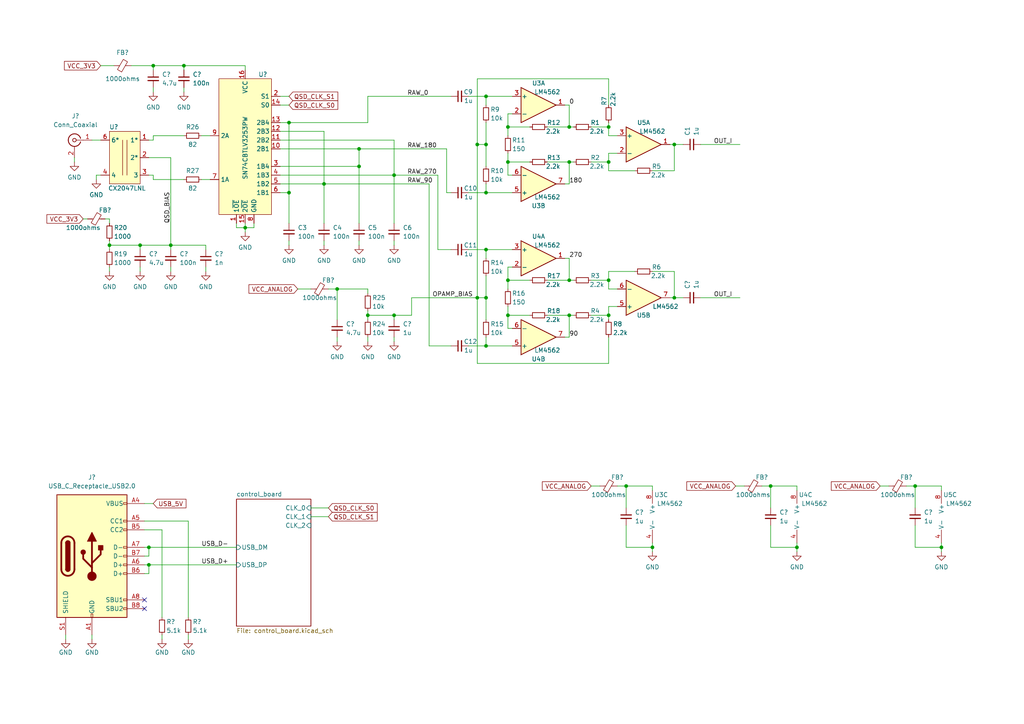
<source format=kicad_sch>
(kicad_sch (version 20211123) (generator eeschema)
  (paper "A4")
  (lib_symbols
    (symbol "Amplifier_Operational:LM4562" (pin_names (offset 0.127))
      (property "Reference" "U" (at 0 5.08 0))
      (property "Value" "LM4562" (at 0 -5.08 0))
      (symbol "LM4562_1_1"
        (polyline (pts (xy -5.08 5.08) (xy 5.08 0) (xy -5.08 -5.08) (xy -5.08 5.08)) (stroke (width 0.254)) (fill (type background)))
        (pin output line (at 7.62 0 180) (length 2.54) (name "~") (number "1"))
        (pin input line (at -7.62 -2.54 0) (length 2.54) (name "-") (number "2"))
        (pin input line (at -7.62 2.54 0) (length 2.54) (name "+") (number "3"))
      )
      (symbol "LM4562_2_1"
        (polyline (pts (xy -5.08 5.08) (xy 5.08 0) (xy -5.08 -5.08) (xy -5.08 5.08)) (stroke (width 0.254)) (fill (type background)))
        (pin input line (at -7.62 2.54 0) (length 2.54) (name "+") (number "5"))
        (pin input line (at -7.62 -2.54 0) (length 2.54) (name "-") (number "6"))
        (pin output line (at 7.62 0 180) (length 2.54) (name "~") (number "7"))
      )
      (symbol "LM4562_3_1"
        (pin power_in line (at -2.54 -7.62 90) (length 3.81) (name "V-") (number "4"))
        (pin power_in line (at -2.54 7.62 270) (length 3.81) (name "V+") (number "8"))
      )
    )
    (symbol "Connector:Conn_Coaxial" (pin_names (offset 1.016) hide)
      (property "Reference" "J" (at 0.254 3.048 0))
      (property "Value" "Conn_Coaxial" (at 2.921 0 90))
      (symbol "Conn_Coaxial_0_1"
        (arc (start -1.778 -0.508) (mid 0.2311 -1.8066) (end 1.778 0) (stroke (width 0.254)))
        (polyline (pts (xy -2.54 0) (xy -0.508 0)))
        (polyline (pts (xy 0 -2.54) (xy 0 -1.778)))
        (circle (center 0 0) (radius 0.508) (stroke (width 0.2032)))
        (arc (start 1.778 0) (mid 0.2099 1.8101) (end -1.778 0.508) (stroke (width 0.254)))
      )
      (symbol "Conn_Coaxial_1_1"
        (pin passive line (at -5.08 0 0) (length 2.54) (name "In") (number "1"))
        (pin passive line (at 0 -5.08 90) (length 2.54) (name "Ext") (number "2"))
      )
    )
    (symbol "Connector:USB_C_Receptacle_USB2.0" (pin_names (offset 1.016))
      (property "Reference" "J" (at -10.16 19.05 0))
      (property "Value" "USB_C_Receptacle_USB2.0" (at 19.05 19.05 0))
      (symbol "USB_C_Receptacle_USB2.0_0_0"
        (rectangle (start -0.254 -17.78) (end 0.254 -16.764))
        (rectangle (start 10.16 -14.986) (end 9.144 -15.494))
        (rectangle (start 10.16 -12.446) (end 9.144 -12.954))
        (rectangle (start 10.16 -4.826) (end 9.144 -5.334))
        (rectangle (start 10.16 -2.286) (end 9.144 -2.794))
        (rectangle (start 10.16 0.254) (end 9.144 -0.254))
        (rectangle (start 10.16 2.794) (end 9.144 2.286))
        (rectangle (start 10.16 7.874) (end 9.144 7.366))
        (rectangle (start 10.16 10.414) (end 9.144 9.906))
        (rectangle (start 10.16 15.494) (end 9.144 14.986))
      )
      (symbol "USB_C_Receptacle_USB2.0_0_1"
        (rectangle (start -10.16 17.78) (end 10.16 -17.78) (stroke (width 0.254)) (fill (type background)))
        (arc (start -8.89 -3.81) (mid -6.985 -5.715) (end -5.08 -3.81) (stroke (width 0.508)))
        (arc (start -7.62 -3.81) (mid -6.985 -4.445) (end -6.35 -3.81) (stroke (width 0.254)))
        (arc (start -7.62 -3.81) (mid -6.985 -4.445) (end -6.35 -3.81) (stroke (width 0.254)) (fill (type outline)))
        (rectangle (start -7.62 -3.81) (end -6.35 3.81) (stroke (width 0.254)) (fill (type outline)))
        (arc (start -6.35 3.81) (mid -6.985 4.445) (end -7.62 3.81) (stroke (width 0.254)))
        (arc (start -6.35 3.81) (mid -6.985 4.445) (end -7.62 3.81) (stroke (width 0.254)) (fill (type outline)))
        (arc (start -5.08 3.81) (mid -6.985 5.715) (end -8.89 3.81) (stroke (width 0.508)))
        (circle (center -2.54 1.143) (radius 0.635) (stroke (width 0.254)) (fill (type outline)))
        (circle (center 0 -5.842) (radius 1.27) (fill (type outline)))
        (polyline (pts (xy -8.89 -3.81) (xy -8.89 3.81)) (stroke (width 0.508)))
        (polyline (pts (xy -5.08 3.81) (xy -5.08 -3.81)) (stroke (width 0.508)))
        (polyline (pts (xy 0 -5.842) (xy 0 4.318)) (stroke (width 0.508)))
        (polyline (pts (xy 0 -3.302) (xy -2.54 -0.762) (xy -2.54 0.508)) (stroke (width 0.508)))
        (polyline (pts (xy 0 -2.032) (xy 2.54 0.508) (xy 2.54 1.778)) (stroke (width 0.508)))
        (polyline (pts (xy -1.27 4.318) (xy 0 6.858) (xy 1.27 4.318) (xy -1.27 4.318)) (stroke (width 0.254)) (fill (type outline)))
        (rectangle (start 1.905 1.778) (end 3.175 3.048) (stroke (width 0.254)) (fill (type outline)))
      )
      (symbol "USB_C_Receptacle_USB2.0_1_1"
        (pin passive line (at 0 -22.86 90) (length 5.08) (name "GND") (number "A1"))
        (pin passive line (at 0 -22.86 90) (length 5.08) hide (name "GND") (number "A12"))
        (pin passive line (at 15.24 15.24 180) (length 5.08) (name "VBUS") (number "A4"))
        (pin bidirectional line (at 15.24 10.16 180) (length 5.08) (name "CC1") (number "A5"))
        (pin bidirectional line (at 15.24 -2.54 180) (length 5.08) (name "D+") (number "A6"))
        (pin bidirectional line (at 15.24 2.54 180) (length 5.08) (name "D-") (number "A7"))
        (pin bidirectional line (at 15.24 -12.7 180) (length 5.08) (name "SBU1") (number "A8"))
        (pin passive line (at 15.24 15.24 180) (length 5.08) hide (name "VBUS") (number "A9"))
        (pin passive line (at 0 -22.86 90) (length 5.08) hide (name "GND") (number "B1"))
        (pin passive line (at 0 -22.86 90) (length 5.08) hide (name "GND") (number "B12"))
        (pin passive line (at 15.24 15.24 180) (length 5.08) hide (name "VBUS") (number "B4"))
        (pin bidirectional line (at 15.24 7.62 180) (length 5.08) (name "CC2") (number "B5"))
        (pin bidirectional line (at 15.24 -5.08 180) (length 5.08) (name "D+") (number "B6"))
        (pin bidirectional line (at 15.24 0 180) (length 5.08) (name "D-") (number "B7"))
        (pin bidirectional line (at 15.24 -15.24 180) (length 5.08) (name "SBU2") (number "B8"))
        (pin passive line (at 15.24 15.24 180) (length 5.08) hide (name "VBUS") (number "B9"))
        (pin passive line (at -7.62 -22.86 90) (length 5.08) (name "SHIELD") (number "S1"))
      )
    )
    (symbol "Device:C_Small" (pin_numbers hide) (pin_names (offset 0.254) hide)
      (property "Reference" "C" (at 0.254 1.778 0))
      (property "Value" "C_Small" (at 0.254 -2.032 0))
      (symbol "C_Small_0_1"
        (polyline (pts (xy -1.524 -0.508) (xy 1.524 -0.508)) (stroke (width 0.3302)))
        (polyline (pts (xy -1.524 0.508) (xy 1.524 0.508)) (stroke (width 0.3048)))
      )
      (symbol "C_Small_1_1"
        (pin passive line (at 0 2.54 270) (length 2.032) (name "~") (number "1"))
        (pin passive line (at 0 -2.54 90) (length 2.032) (name "~") (number "2"))
      )
    )
    (symbol "Device:FerriteBead_Small" (pin_numbers hide) (pin_names (offset 0))
      (property "Reference" "FB" (at 1.905 1.27 0))
      (property "Value" "FerriteBead_Small" (at 1.905 -1.27 0))
      (symbol "FerriteBead_Small_0_1"
        (polyline (pts (xy 0 -1.27) (xy 0 -0.7874)))
        (polyline (pts (xy 0 0.889) (xy 0 1.2954)))
        (polyline (pts (xy -1.8288 0.2794) (xy -1.1176 1.4986) (xy 1.8288 -0.2032) (xy 1.1176 -1.4224) (xy -1.8288 0.2794)))
      )
      (symbol "FerriteBead_Small_1_1"
        (pin passive line (at 0 2.54 270) (length 1.27) (name "~") (number "1"))
        (pin passive line (at 0 -2.54 90) (length 1.27) (name "~") (number "2"))
      )
    )
    (symbol "Device:R_Small" (pin_numbers hide) (pin_names (offset 0.254) hide)
      (property "Reference" "R" (at 0.762 0.508 0))
      (property "Value" "R_Small" (at 0.762 -1.016 0))
      (symbol "R_Small_0_1"
        (rectangle (start -0.762 1.778) (end 0.762 -1.778) (stroke (width 0.2032)))
      )
      (symbol "R_Small_1_1"
        (pin passive line (at 0 2.54 270) (length 0.762) (name "~") (number "1"))
        (pin passive line (at 0 -2.54 90) (length 0.762) (name "~") (number "2"))
      )
    )
    (symbol "parts:CX2047LNL"
      (property "Reference" "U" (at 1.27 3.81 0))
      (property "Value" "CX2047LNL" (at 5.08 -13.97 0))
      (symbol "CX2047LNL_0_1"
        (polyline (pts (xy 3.81 0) (xy 3.81 -10.16)))
        (polyline (pts (xy 5.08 0) (xy 5.08 -10.16)))
        (rectangle (start 0 2.54) (end 8.89 -12.7) (fill (type background)))
      )
      (symbol "CX2047LNL_1_1"
        (pin input line (at -2.54 0 0) (length 2.54) (name "1*") (number "1"))
        (pin input line (at -2.54 -5.08 0) (length 2.54) (name "2*") (number "2"))
        (pin input line (at -2.54 -10.16 0) (length 2.54) (name "3") (number "3"))
        (pin input line (at 11.43 -10.16 180) (length 2.54) (name "4") (number "4"))
        (pin input line (at 11.43 0 180) (length 2.54) (name "6*") (number "6"))
      )
    )
    (symbol "parts:SN74CBTLV3253PW"
      (property "Reference" "U" (at 0 6.35 0))
      (property "Value" "SN74CBTLV3253PW" (at 20.32 -35.56 0))
      (symbol "SN74CBTLV3253PW_0_1"
        (rectangle (start 0 5.08) (end 15.24 -34.29) (fill (type background)))
      )
      (symbol "SN74CBTLV3253PW_1_1"
        (pin input line (at 5.08 -36.83 90) (length 2.54) (name "1~{OE}") (number "1"))
        (pin input line (at 17.78 -15.24 180) (length 2.54) (name "2B1") (number "10"))
        (pin input line (at 17.78 -12.7 180) (length 2.54) (name "2B2") (number "11"))
        (pin input line (at 17.78 -10.16 180) (length 2.54) (name "2B3") (number "12"))
        (pin input line (at 17.78 -7.62 180) (length 2.54) (name "2B4") (number "13"))
        (pin input line (at 17.78 -2.54 180) (length 2.54) (name "S0") (number "14"))
        (pin input line (at 7.62 -36.83 90) (length 2.54) (name "2~{OE}") (number "15"))
        (pin input line (at 7.62 7.62 270) (length 2.54) (name "VCC") (number "16"))
        (pin input line (at 17.78 0 180) (length 2.54) (name "S1") (number "2"))
        (pin input line (at 17.78 -20.32 180) (length 2.54) (name "1B4") (number "3"))
        (pin input line (at 17.78 -22.86 180) (length 2.54) (name "1B3") (number "4"))
        (pin input line (at 17.78 -25.4 180) (length 2.54) (name "1B2") (number "5"))
        (pin input line (at 17.78 -27.94 180) (length 2.54) (name "1B1") (number "6"))
        (pin input line (at -2.54 -24.13 0) (length 2.54) (name "1A") (number "7"))
        (pin input line (at 10.16 -36.83 90) (length 2.54) (name "GND") (number "8"))
        (pin input line (at -2.54 -11.43 0) (length 2.54) (name "2A") (number "9"))
      )
    )
    (symbol "power:GND" (power) (pin_names (offset 0))
      (property "Value" "GND" (at 0 -3.81 0))
      (symbol "GND_0_1"
        (polyline (pts (xy 0 0) (xy 0 -1.27) (xy 1.27 -1.27) (xy 0 -2.54) (xy -1.27 -1.27) (xy 0 -1.27)))
      )
      (symbol "GND_1_1"
        (pin power_in line (at 0 0 270) (length 0) hide (name "GND") (number "1"))
      )
    )
  )
  (junction (at 83.82 35.56))
  (junction (at 176.53 36.83))
  (junction (at 140.97 100.33))
  (junction (at 147.32 81.28))
  (junction (at 181.61 140.97))
  (junction (at 49.53 71.12))
  (junction (at 189.23 158.75))
  (junction (at 83.82 55.88))
  (junction (at 31.75 71.12))
  (junction (at 147.32 46.99))
  (junction (at 140.97 55.88))
  (junction (at 43.18 163.83))
  (junction (at 44.45 19.05))
  (junction (at 114.3 91.44))
  (junction (at 93.98 53.34))
  (junction (at 106.68 91.44))
  (junction (at 195.58 41.91))
  (junction (at 138.43 86.36))
  (junction (at 71.12 66.04))
  (junction (at 165.1 46.99))
  (junction (at 265.43 140.97))
  (junction (at 140.97 41.91))
  (junction (at 147.32 36.83))
  (junction (at 104.14 43.18))
  (junction (at 176.53 46.99))
  (junction (at 53.34 19.05))
  (junction (at 223.52 140.97))
  (junction (at 140.97 86.36))
  (junction (at 40.64 71.12))
  (junction (at 176.53 91.44))
  (junction (at 138.43 41.91))
  (junction (at 165.1 36.83))
  (junction (at 176.53 81.28))
  (junction (at 140.97 27.94))
  (junction (at 147.32 91.44))
  (junction (at 195.58 86.36))
  (junction (at 273.05 158.75))
  (junction (at 104.14 48.26))
  (junction (at 43.18 158.75))
  (junction (at 97.79 83.82))
  (junction (at 165.1 81.28))
  (junction (at 114.3 50.8))
  (junction (at 165.1 91.44))
  (junction (at 140.97 72.39))
  (junction (at 231.14 158.75))
  (no_connect (at 41.91 173.99))
  (no_connect (at 41.91 176.53))
  (wire (pts (xy 38.1 19.05) (xy 44.45 19.05)))
  (wire (pts (xy 83.82 69.85) (xy 83.82 71.12)))
  (wire (pts (xy 93.98 53.34) (xy 93.98 64.77)))
  (wire (pts (xy 49.53 71.12) (xy 49.53 72.39)))
  (wire (pts (xy 114.3 40.64) (xy 114.3 50.8)))
  (wire (pts (xy 165.1 74.93) (xy 163.83 74.93)))
  (wire (pts (xy 44.45 50.8) (xy 44.45 52.07)))
  (wire (pts (xy 165.1 36.83) (xy 165.1 30.48)))
  (wire (pts (xy 73.66 64.77) (xy 73.66 66.04)))
  (wire (pts (xy 53.34 25.4) (xy 53.34 26.67)))
  (wire (pts (xy 114.3 91.44) (xy 114.3 92.71)))
  (wire (pts (xy 176.53 91.44) (xy 176.53 88.9)))
  (wire (pts (xy 106.68 35.56) (xy 106.68 27.94)))
  (wire (pts (xy 58.42 52.07) (xy 60.96 52.07)))
  (wire (pts (xy 223.52 140.97) (xy 223.52 147.32)))
  (wire (pts (xy 43.18 163.83) (xy 43.18 166.37)))
  (wire (pts (xy 165.1 30.48) (xy 163.83 30.48)))
  (wire (pts (xy 104.14 69.85) (xy 104.14 71.12)))
  (wire (pts (xy 41.91 151.13) (xy 54.61 151.13)))
  (wire (pts (xy 171.45 81.28) (xy 176.53 81.28)))
  (wire (pts (xy 49.53 77.47) (xy 49.53 78.74)))
  (wire (pts (xy 124.46 53.34) (xy 124.46 100.33)))
  (wire (pts (xy 127 50.8) (xy 114.3 50.8)))
  (wire (pts (xy 97.79 92.71) (xy 97.79 83.82)))
  (wire (pts (xy 158.75 81.28) (xy 165.1 81.28)))
  (wire (pts (xy 148.59 50.8) (xy 147.32 50.8)))
  (wire (pts (xy 147.32 88.9) (xy 147.32 91.44)))
  (wire (pts (xy 59.69 72.39) (xy 59.69 71.12)))
  (wire (pts (xy 176.53 91.44) (xy 176.53 92.71)))
  (wire (pts (xy 231.14 142.24) (xy 231.14 140.97)))
  (wire (pts (xy 31.75 71.12) (xy 31.75 72.39)))
  (wire (pts (xy 147.32 44.45) (xy 147.32 46.99)))
  (wire (pts (xy 165.1 91.44) (xy 165.1 97.79)))
  (wire (pts (xy 140.97 100.33) (xy 140.97 97.79)))
  (wire (pts (xy 147.32 36.83) (xy 153.67 36.83)))
  (wire (pts (xy 119.38 91.44) (xy 119.38 86.36)))
  (wire (pts (xy 189.23 158.75) (xy 189.23 160.02)))
  (wire (pts (xy 44.45 19.05) (xy 53.34 19.05)))
  (wire (pts (xy 53.34 19.05) (xy 53.34 20.32)))
  (wire (pts (xy 147.32 91.44) (xy 147.32 95.25)))
  (wire (pts (xy 176.53 83.82) (xy 176.53 81.28)))
  (wire (pts (xy 71.12 66.04) (xy 71.12 67.31)))
  (wire (pts (xy 213.36 140.97) (xy 215.9 140.97)))
  (wire (pts (xy 203.2 41.91) (xy 214.63 41.91)))
  (wire (pts (xy 176.53 49.53) (xy 176.53 46.99)))
  (wire (pts (xy 31.75 71.12) (xy 40.64 71.12)))
  (wire (pts (xy 135.89 100.33) (xy 140.97 100.33)))
  (wire (pts (xy 189.23 142.24) (xy 189.23 140.97)))
  (wire (pts (xy 265.43 140.97) (xy 265.43 147.32)))
  (wire (pts (xy 147.32 91.44) (xy 153.67 91.44)))
  (wire (pts (xy 140.97 86.36) (xy 140.97 92.71)))
  (wire (pts (xy 49.53 71.12) (xy 59.69 71.12)))
  (wire (pts (xy 171.45 140.97) (xy 173.99 140.97)))
  (wire (pts (xy 44.45 40.64) (xy 44.45 39.37)))
  (wire (pts (xy 127 72.39) (xy 127 50.8)))
  (wire (pts (xy 135.89 55.88) (xy 140.97 55.88)))
  (wire (pts (xy 54.61 151.13) (xy 54.61 179.07)))
  (wire (pts (xy 148.59 95.25) (xy 147.32 95.25)))
  (wire (pts (xy 223.52 158.75) (xy 231.14 158.75)))
  (wire (pts (xy 220.98 140.97) (xy 223.52 140.97)))
  (wire (pts (xy 59.69 77.47) (xy 59.69 78.74)))
  (wire (pts (xy 114.3 69.85) (xy 114.3 71.12)))
  (wire (pts (xy 43.18 40.64) (xy 44.45 40.64)))
  (wire (pts (xy 81.28 40.64) (xy 114.3 40.64)))
  (wire (pts (xy 43.18 158.75) (xy 43.18 161.29)))
  (wire (pts (xy 114.3 91.44) (xy 119.38 91.44)))
  (wire (pts (xy 181.61 152.4) (xy 181.61 158.75)))
  (wire (pts (xy 231.14 157.48) (xy 231.14 158.75)))
  (wire (pts (xy 163.83 97.79) (xy 165.1 97.79)))
  (wire (pts (xy 58.42 39.37) (xy 60.96 39.37)))
  (wire (pts (xy 44.45 19.05) (xy 44.45 20.32)))
  (wire (pts (xy 140.97 80.01) (xy 140.97 86.36)))
  (wire (pts (xy 24.13 63.5) (xy 25.4 63.5)))
  (wire (pts (xy 104.14 43.18) (xy 104.14 48.26)))
  (wire (pts (xy 114.3 97.79) (xy 114.3 99.06)))
  (wire (pts (xy 93.98 53.34) (xy 124.46 53.34)))
  (wire (pts (xy 81.28 48.26) (xy 104.14 48.26)))
  (wire (pts (xy 81.28 43.18) (xy 104.14 43.18)))
  (wire (pts (xy 81.28 30.48) (xy 83.82 30.48)))
  (wire (pts (xy 189.23 140.97) (xy 181.61 140.97)))
  (wire (pts (xy 179.07 140.97) (xy 181.61 140.97)))
  (wire (pts (xy 231.14 140.97) (xy 223.52 140.97)))
  (wire (pts (xy 176.53 22.86) (xy 138.43 22.86)))
  (wire (pts (xy 165.1 81.28) (xy 166.37 81.28)))
  (wire (pts (xy 223.52 152.4) (xy 223.52 158.75)))
  (wire (pts (xy 81.28 38.1) (xy 93.98 38.1)))
  (wire (pts (xy 83.82 35.56) (xy 83.82 55.88)))
  (wire (pts (xy 21.59 45.72) (xy 21.59 46.99)))
  (wire (pts (xy 189.23 157.48) (xy 189.23 158.75)))
  (wire (pts (xy 176.53 44.45) (xy 179.07 44.45)))
  (wire (pts (xy 147.32 33.02) (xy 147.32 36.83)))
  (wire (pts (xy 184.15 78.74) (xy 176.53 78.74)))
  (wire (pts (xy 148.59 77.47) (xy 147.32 77.47)))
  (wire (pts (xy 83.82 55.88) (xy 83.82 64.77)))
  (wire (pts (xy 138.43 86.36) (xy 140.97 86.36)))
  (wire (pts (xy 41.91 158.75) (xy 43.18 158.75)))
  (wire (pts (xy 71.12 66.04) (xy 73.66 66.04)))
  (wire (pts (xy 83.82 55.88) (xy 81.28 55.88)))
  (wire (pts (xy 44.45 52.07) (xy 53.34 52.07)))
  (wire (pts (xy 31.75 69.85) (xy 31.75 71.12)))
  (wire (pts (xy 165.1 91.44) (xy 166.37 91.44)))
  (wire (pts (xy 262.89 140.97) (xy 265.43 140.97)))
  (wire (pts (xy 31.75 77.47) (xy 31.75 78.74)))
  (wire (pts (xy 81.28 50.8) (xy 114.3 50.8)))
  (wire (pts (xy 176.53 46.99) (xy 176.53 44.45)))
  (wire (pts (xy 140.97 41.91) (xy 140.97 48.26)))
  (wire (pts (xy 127 72.39) (xy 130.81 72.39)))
  (wire (pts (xy 27.94 50.8) (xy 29.21 50.8)))
  (wire (pts (xy 135.89 27.94) (xy 140.97 27.94)))
  (wire (pts (xy 176.53 35.56) (xy 176.53 36.83)))
  (wire (pts (xy 106.68 97.79) (xy 106.68 99.06)))
  (wire (pts (xy 181.61 158.75) (xy 189.23 158.75)))
  (wire (pts (xy 138.43 86.36) (xy 138.43 105.41)))
  (wire (pts (xy 41.91 153.67) (xy 46.99 153.67)))
  (wire (pts (xy 68.58 64.77) (xy 68.58 66.04)))
  (wire (pts (xy 195.58 78.74) (xy 189.23 78.74)))
  (wire (pts (xy 40.64 71.12) (xy 49.53 71.12)))
  (wire (pts (xy 53.34 19.05) (xy 71.12 19.05)))
  (wire (pts (xy 104.14 48.26) (xy 104.14 64.77)))
  (wire (pts (xy 71.12 20.32) (xy 71.12 19.05)))
  (wire (pts (xy 41.91 146.05) (xy 44.45 146.05)))
  (wire (pts (xy 43.18 163.83) (xy 68.58 163.83)))
  (wire (pts (xy 43.18 50.8) (xy 44.45 50.8)))
  (wire (pts (xy 140.97 27.94) (xy 140.97 30.48)))
  (wire (pts (xy 176.53 105.41) (xy 176.53 97.79)))
  (wire (pts (xy 138.43 105.41) (xy 176.53 105.41)))
  (wire (pts (xy 114.3 50.8) (xy 114.3 64.77)))
  (wire (pts (xy 44.45 25.4) (xy 44.45 26.67)))
  (wire (pts (xy 31.75 63.5) (xy 31.75 64.77)))
  (wire (pts (xy 171.45 36.83) (xy 176.53 36.83)))
  (wire (pts (xy 179.07 39.37) (xy 176.53 39.37)))
  (wire (pts (xy 46.99 179.07) (xy 46.99 153.67)))
  (wire (pts (xy 40.64 77.47) (xy 40.64 78.74)))
  (wire (pts (xy 71.12 64.77) (xy 71.12 66.04)))
  (wire (pts (xy 26.67 40.64) (xy 29.21 40.64)))
  (wire (pts (xy 176.53 78.74) (xy 176.53 81.28)))
  (wire (pts (xy 165.1 81.28) (xy 165.1 74.93)))
  (wire (pts (xy 140.97 35.56) (xy 140.97 41.91)))
  (wire (pts (xy 97.79 97.79) (xy 97.79 99.06)))
  (wire (pts (xy 40.64 71.12) (xy 40.64 72.39)))
  (wire (pts (xy 43.18 158.75) (xy 68.58 158.75)))
  (wire (pts (xy 255.27 140.97) (xy 257.81 140.97)))
  (wire (pts (xy 147.32 81.28) (xy 147.32 83.82)))
  (wire (pts (xy 135.89 72.39) (xy 140.97 72.39)))
  (wire (pts (xy 81.28 27.94) (xy 83.82 27.94)))
  (wire (pts (xy 93.98 38.1) (xy 93.98 53.34)))
  (wire (pts (xy 171.45 91.44) (xy 176.53 91.44)))
  (wire (pts (xy 19.05 184.15) (xy 19.05 185.42)))
  (wire (pts (xy 104.14 43.18) (xy 129.54 43.18)))
  (wire (pts (xy 195.58 86.36) (xy 195.58 78.74)))
  (wire (pts (xy 119.38 86.36) (xy 138.43 86.36)))
  (wire (pts (xy 44.45 39.37) (xy 53.34 39.37)))
  (wire (pts (xy 265.43 158.75) (xy 273.05 158.75)))
  (wire (pts (xy 273.05 142.24) (xy 273.05 140.97)))
  (wire (pts (xy 273.05 158.75) (xy 273.05 160.02)))
  (wire (pts (xy 194.31 86.36) (xy 195.58 86.36)))
  (wire (pts (xy 68.58 66.04) (xy 71.12 66.04)))
  (wire (pts (xy 148.59 72.39) (xy 140.97 72.39)))
  (wire (pts (xy 147.32 46.99) (xy 147.32 50.8)))
  (wire (pts (xy 138.43 22.86) (xy 138.43 41.91)))
  (wire (pts (xy 184.15 49.53) (xy 176.53 49.53)))
  (wire (pts (xy 273.05 140.97) (xy 265.43 140.97)))
  (wire (pts (xy 30.48 63.5) (xy 31.75 63.5)))
  (wire (pts (xy 158.75 46.99) (xy 165.1 46.99)))
  (wire (pts (xy 163.83 53.34) (xy 165.1 53.34)))
  (wire (pts (xy 26.67 184.15) (xy 26.67 185.42)))
  (wire (pts (xy 138.43 41.91) (xy 140.97 41.91)))
  (wire (pts (xy 97.79 83.82) (xy 106.68 83.82)))
  (wire (pts (xy 148.59 55.88) (xy 140.97 55.88)))
  (wire (pts (xy 140.97 55.88) (xy 140.97 53.34)))
  (wire (pts (xy 81.28 53.34) (xy 93.98 53.34)))
  (wire (pts (xy 90.17 149.86) (xy 95.25 149.86)))
  (wire (pts (xy 147.32 81.28) (xy 153.67 81.28)))
  (wire (pts (xy 176.53 30.48) (xy 176.53 22.86)))
  (wire (pts (xy 203.2 86.36) (xy 214.63 86.36)))
  (wire (pts (xy 41.91 166.37) (xy 43.18 166.37)))
  (wire (pts (xy 129.54 43.18) (xy 129.54 55.88)))
  (wire (pts (xy 195.58 86.36) (xy 198.12 86.36)))
  (wire (pts (xy 165.1 36.83) (xy 166.37 36.83)))
  (wire (pts (xy 147.32 77.47) (xy 147.32 81.28)))
  (wire (pts (xy 43.18 45.72) (xy 49.53 45.72)))
  (wire (pts (xy 148.59 27.94) (xy 140.97 27.94)))
  (wire (pts (xy 148.59 33.02) (xy 147.32 33.02)))
  (wire (pts (xy 41.91 163.83) (xy 43.18 163.83)))
  (wire (pts (xy 195.58 41.91) (xy 198.12 41.91)))
  (wire (pts (xy 171.45 46.99) (xy 176.53 46.99)))
  (wire (pts (xy 231.14 158.75) (xy 231.14 160.02)))
  (wire (pts (xy 46.99 184.15) (xy 46.99 185.42)))
  (wire (pts (xy 273.05 157.48) (xy 273.05 158.75)))
  (wire (pts (xy 93.98 69.85) (xy 93.98 71.12)))
  (wire (pts (xy 106.68 27.94) (xy 130.81 27.94)))
  (wire (pts (xy 83.82 35.56) (xy 106.68 35.56)))
  (wire (pts (xy 138.43 41.91) (xy 138.43 86.36)))
  (wire (pts (xy 265.43 152.4) (xy 265.43 158.75)))
  (wire (pts (xy 189.23 49.53) (xy 195.58 49.53)))
  (wire (pts (xy 129.54 55.88) (xy 130.81 55.88)))
  (wire (pts (xy 124.46 100.33) (xy 130.81 100.33)))
  (wire (pts (xy 165.1 46.99) (xy 166.37 46.99)))
  (wire (pts (xy 181.61 140.97) (xy 181.61 147.32)))
  (wire (pts (xy 165.1 46.99) (xy 165.1 53.34)))
  (wire (pts (xy 147.32 36.83) (xy 147.32 39.37)))
  (wire (pts (xy 86.36 83.82) (xy 90.17 83.82)))
  (wire (pts (xy 195.58 49.53) (xy 195.58 41.91)))
  (wire (pts (xy 106.68 91.44) (xy 114.3 91.44)))
  (wire (pts (xy 29.21 19.05) (xy 33.02 19.05)))
  (wire (pts (xy 41.91 161.29) (xy 43.18 161.29)))
  (wire (pts (xy 49.53 45.72) (xy 49.53 71.12)))
  (wire (pts (xy 176.53 39.37) (xy 176.53 36.83)))
  (wire (pts (xy 81.28 35.56) (xy 83.82 35.56)))
  (wire (pts (xy 195.58 41.91) (xy 194.31 41.91)))
  (wire (pts (xy 158.75 91.44) (xy 165.1 91.44)))
  (wire (pts (xy 176.53 88.9) (xy 179.07 88.9)))
  (wire (pts (xy 140.97 72.39) (xy 140.97 74.93)))
  (wire (pts (xy 95.25 83.82) (xy 97.79 83.82)))
  (wire (pts (xy 27.94 52.07) (xy 27.94 50.8)))
  (wire (pts (xy 147.32 46.99) (xy 153.67 46.99)))
  (wire (pts (xy 148.59 100.33) (xy 140.97 100.33)))
  (wire (pts (xy 54.61 184.15) (xy 54.61 185.42)))
  (wire (pts (xy 106.68 91.44) (xy 106.68 92.71)))
  (wire (pts (xy 179.07 83.82) (xy 176.53 83.82)))
  (wire (pts (xy 106.68 83.82) (xy 106.68 85.09)))
  (wire (pts (xy 90.17 147.32) (xy 95.25 147.32)))
  (wire (pts (xy 158.75 36.83) (xy 165.1 36.83)))
  (wire (pts (xy 106.68 90.17) (xy 106.68 91.44)))
  (label "RAW_0" (at 118.11 27.94 0))
  (label "RAW_270" (at 118.11 50.8 0))
  (label "OUT_I" (at 207.01 86.36 0))
  (label "OPAMP_BIAS" (at 137.16 86.36 180))
  (label "RAW_90" (at 118.11 53.34 0))
  (label "180" (at 165.1 53.34 0))
  (label "RAW_180" (at 118.11 43.18 0))
  (label "OUT_I" (at 207.01 41.91 0))
  (label "90" (at 165.1 97.79 0))
  (label "270" (at 165.1 74.93 0))
  (label "QSD_BIAS" (at 49.53 64.77 90))
  (label "0" (at 165.1 30.48 0))
  (label "USB_D+" (at 58.42 163.83 0))
  (label "USB_D-" (at 58.42 158.75 0))
  (global_label "QSD_CLK_S1" (shape input) (at 83.82 27.94 0) (property "Intersheet References" "${INTERSHEET_REFS}" (effects hide)))
  (global_label "VCC_3V3" (shape input) (at 29.21 19.05 180) (property "Intersheet References" "${INTERSHEET_REFS}" (effects hide)))
  (global_label "VCC_ANALOG" (shape input) (at 86.36 83.82 180) (property "Intersheet References" "${INTERSHEET_REFS}" (effects hide)))
  (global_label "VCC_3V3" (shape input) (at 24.13 63.5 180) (property "Intersheet References" "${INTERSHEET_REFS}" (effects hide)))
  (global_label "USB_5V" (shape input) (at 44.45 146.05 0) (property "Intersheet References" "${INTERSHEET_REFS}" (effects hide)))
  (global_label "VCC_ANALOG" (shape input) (at 171.45 140.97 180) (property "Intersheet References" "${INTERSHEET_REFS}" (effects hide)))
  (global_label "QSD_CLK_S0" (shape input) (at 95.25 147.32 0) (property "Intersheet References" "${INTERSHEET_REFS}" (effects hide)))
  (global_label "VCC_ANALOG" (shape input) (at 255.27 140.97 180) (property "Intersheet References" "${INTERSHEET_REFS}" (effects hide)))
  (global_label "QSD_CLK_S0" (shape input) (at 83.82 30.48 0) (property "Intersheet References" "${INTERSHEET_REFS}" (effects hide)))
  (global_label "QSD_CLK_S1" (shape input) (at 95.25 149.86 0) (property "Intersheet References" "${INTERSHEET_REFS}" (effects hide)))
  (global_label "VCC_ANALOG" (shape input) (at 213.36 140.97 180) (property "Intersheet References" "${INTERSHEET_REFS}" (effects hide)))
  (symbol (lib_id "Device:C_Small") (at 114.3 95.25 0) (unit 1)
    (property "Reference" "C?" (at 116.84 93.98 0) (effects (justify left)))
    (property "Value" "1u" (at 116.84 96.52 0) (effects (justify left)))
    (property "Footprint" "Capacitor_SMD:C_0805_2012Metric" (effects hide))
  )
  (symbol (lib_id "Device:R_Small") (at 186.69 49.53 90) (unit 1)
    (property "Reference" "R5" (at 191.77 48.26 90) (effects (justify left)))
    (property "Value" "2.2k" (at 193.04 50.8 90) (effects (justify left)))
    (property "Footprint" "Resistor_SMD:R_0805_2012Metric_Pad1.20x1.40mm_HandSolder" (effects hide))
  )
  (symbol (lib_id "power:GND") (at 21.59 46.99 0) (unit 1)
    (property "Reference" "#PWR?" (effects hide))
    (property "Value" "GND" (at 21.59 51.435 0))
  )
  (symbol (lib_id "Amplifier_Operational:LM4562") (at 191.77 149.86 0) (unit 3)
    (property "Reference" "U3" (at 191.77 143.51 0))
    (property "Value" "LM4562" (at 194.31 146.05 0))
    (property "Datasheet" "http://www.ti.com/lit/ds/symlink/lm4562.pdf" (effects hide))
  )
  (symbol (lib_id "power:GND") (at 46.99 185.42 0) (unit 1)
    (property "Reference" "#PWR?" (effects hide))
    (property "Value" "GND" (at 46.99 189.23 0))
  )
  (symbol (lib_id "power:GND") (at 104.14 71.12 0) (unit 1)
    (property "Reference" "#PWR?" (effects hide))
    (property "Value" "GND" (at 104.14 75.565 0))
  )
  (symbol (lib_id "Device:FerriteBead_Small") (at 218.44 140.97 90) (unit 1)
    (property "Reference" "FB?" (at 220.98 138.43 90))
    (property "Value" "1000ohms" (at 218.44 143.51 90))
    (property "Footprint" "Resistor_SMD:R_0805_2012Metric_Pad1.20x1.40mm_HandSolder" (effects hide))
  )
  (symbol (lib_id "Device:R_Small") (at 156.21 81.28 90) (unit 1)
    (property "Reference" "R17" (at 162.56 80.01 90) (effects (justify left)))
    (property "Value" "2.2k" (at 162.56 82.55 90) (effects (justify left)))
    (property "Footprint" "Resistor_SMD:R_0805_2012Metric_Pad1.20x1.40mm_HandSolder" (effects hide))
  )
  (symbol (lib_id "power:GND") (at 106.68 99.06 0) (unit 1)
    (property "Reference" "#PWR?" (effects hide))
    (property "Value" "GND" (at 106.68 103.505 0))
  )
  (symbol (lib_id "Device:R_Small") (at 140.97 95.25 0) (unit 1)
    (property "Reference" "R15" (at 142.24 93.98 0) (effects (justify left)))
    (property "Value" "10k" (at 142.24 96.52 0) (effects (justify left)))
    (property "Footprint" "Resistor_SMD:R_0805_2012Metric_Pad1.20x1.40mm_HandSolder" (effects hide))
  )
  (symbol (lib_id "Device:R_Small") (at 31.75 67.31 0) (unit 1)
    (property "Reference" "R20" (at 33.02 66.04 0) (effects (justify left)))
    (property "Value" "1000" (at 33.02 68.58 0) (effects (justify left)))
    (property "Footprint" "Resistor_SMD:R_0805_2012Metric_Pad1.20x1.40mm_HandSolder" (effects hide))
  )
  (symbol (lib_id "Device:C_Small") (at 59.69 74.93 0) (unit 1)
    (property "Reference" "C?" (at 62.23 73.66 0) (effects (justify left)))
    (property "Value" "1n" (at 62.23 76.2 0) (effects (justify left)))
    (property "Footprint" "Capacitor_SMD:C_0805_2012Metric" (effects hide))
  )
  (symbol (lib_id "Device:R_Small") (at 140.97 77.47 0) (unit 1)
    (property "Reference" "R14" (at 142.24 76.2 0) (effects (justify left)))
    (property "Value" "10k" (at 142.24 78.74 0) (effects (justify left)))
    (property "Footprint" "Resistor_SMD:R_0805_2012Metric_Pad1.20x1.40mm_HandSolder" (effects hide))
  )
  (symbol (lib_id "Device:R_Small") (at 55.88 52.07 90) (unit 1)
    (property "Reference" "R27" (at 55.88 49.53 90))
    (property "Value" "82" (at 55.88 54.61 90))
    (property "Footprint" "Resistor_SMD:R_0805_2012Metric_Pad1.20x1.40mm_HandSolder" (effects hide))
  )
  (symbol (lib_id "Device:R_Small") (at 140.97 50.8 0) (unit 1)
    (property "Reference" "R10" (at 142.24 49.53 0) (effects (justify left)))
    (property "Value" "10k" (at 142.24 52.07 0) (effects (justify left)))
    (property "Footprint" "Resistor_SMD:R_0805_2012Metric_Pad1.20x1.40mm_HandSolder" (effects hide))
  )
  (symbol (lib_id "Device:R_Small") (at 168.91 46.99 90) (unit 1)
    (property "Reference" "R2" (at 173.99 45.72 90) (effects (justify left)))
    (property "Value" "2.2k" (at 175.26 48.26 90) (effects (justify left)))
    (property "Footprint" "Resistor_SMD:R_0805_2012Metric_Pad1.20x1.40mm_HandSolder" (effects hide))
  )
  (symbol (lib_id "Device:R_Small") (at 168.91 81.28 90) (unit 1)
    (property "Reference" "R3" (at 173.99 80.01 90) (effects (justify left)))
    (property "Value" "2.2k" (at 175.26 82.55 90) (effects (justify left)))
    (property "Footprint" "Resistor_SMD:R_0805_2012Metric_Pad1.20x1.40mm_HandSolder" (effects hide))
  )
  (symbol (lib_id "Device:R_Small") (at 176.53 95.25 0) (unit 1)
    (property "Reference" "R8" (at 177.8 93.98 0) (effects (justify left)))
    (property "Value" "2.2k" (at 177.8 96.52 0) (effects (justify left)))
    (property "Footprint" "Resistor_SMD:R_0805_2012Metric_Pad1.20x1.40mm_HandSolder" (effects hide))
  )
  (symbol (lib_id "power:GND") (at 231.14 160.02 0) (unit 1)
    (property "Reference" "#PWR?" (effects hide))
    (property "Value" "GND" (at 231.14 164.465 0))
  )
  (symbol (lib_id "Device:C_Small") (at 83.82 67.31 0) (unit 1)
    (property "Reference" "C3" (at 86.36 66.04 0) (effects (justify left)))
    (property "Value" "100n" (at 86.36 68.58 0) (effects (justify left)))
    (property "Footprint" "Capacitor_SMD:C_0805_2012Metric" (effects hide))
  )
  (symbol (lib_id "Device:C_Small") (at 200.66 86.36 90) (unit 1)
    (property "Reference" "C?" (at 199.39 83.82 0) (effects (justify left)))
    (property "Value" "1u" (at 201.93 83.82 0) (effects (justify left)))
    (property "Footprint" "Capacitor_SMD:C_0805_2012Metric" (effects hide))
  )
  (symbol (lib_id "Device:C_Small") (at 53.34 22.86 0) (unit 1)
    (property "Reference" "C?" (at 55.88 21.59 0) (effects (justify left)))
    (property "Value" "100n" (at 55.88 24.13 0) (effects (justify left)))
    (property "Footprint" "Capacitor_SMD:C_0805_2012Metric" (effects hide))
  )
  (symbol (lib_id "Device:R_Small") (at 168.91 91.44 90) (unit 1)
    (property "Reference" "R4" (at 173.99 90.17 90) (effects (justify left)))
    (property "Value" "2.2k" (at 175.26 92.71 90) (effects (justify left)))
    (property "Footprint" "Resistor_SMD:R_0805_2012Metric_Pad1.20x1.40mm_HandSolder" (effects hide))
  )
  (symbol (lib_id "Amplifier_Operational:LM4562") (at 186.69 86.36 0) (mirror x) (unit 2)
    (property "Reference" "U5" (at 186.69 91.44 0))
    (property "Value" "LM4562" (at 193.04 88.9 0))
    (property "Datasheet" "http://www.ti.com/lit/ds/symlink/lm4562.pdf" (effects hide))
  )
  (symbol (lib_id "power:GND") (at 53.34 26.67 0) (unit 1)
    (property "Reference" "#PWR?" (effects hide))
    (property "Value" "GND" (at 53.34 31.115 0))
  )
  (symbol (lib_id "Device:C_Small") (at 40.64 74.93 0) (unit 1)
    (property "Reference" "C?" (at 43.18 73.66 0) (effects (justify left)))
    (property "Value" "4.7u" (at 43.18 76.2 0) (effects (justify left)))
    (property "Footprint" "Capacitor_SMD:C_0805_2012Metric" (effects hide))
  )
  (symbol (lib_id "Connector:USB_C_Receptacle_USB2.0") (at 26.67 161.29 0) (unit 1)
    (property "Reference" "J?" (at 26.67 138.43 0))
    (property "Value" "USB_C_Receptacle_USB2.0" (at 26.67 140.97 0))
    (property "Datasheet" "https://www.usb.org/sites/default/files/documents/usb_type-c.zip" (effects hide))
  )
  (symbol (lib_id "Device:R_Small") (at 147.32 86.36 180) (unit 1)
    (property "Reference" "R16" (at 152.4 85.09 0) (effects (justify left)))
    (property "Value" "150" (at 152.4 87.63 0) (effects (justify left)))
    (property "Footprint" "Resistor_SMD:R_0805_2012Metric_Pad1.20x1.40mm_HandSolder" (effects hide))
  )
  (symbol (lib_id "Device:R_Small") (at 31.75 74.93 0) (unit 1)
    (property "Reference" "R19" (at 33.02 73.66 0) (effects (justify left)))
    (property "Value" "1000" (at 33.02 76.2 0) (effects (justify left)))
    (property "Footprint" "Resistor_SMD:R_0805_2012Metric_Pad1.20x1.40mm_HandSolder" (effects hide))
  )
  (symbol (lib_id "Device:C_Small") (at 49.53 74.93 0) (unit 1)
    (property "Reference" "C?" (at 52.07 73.66 0) (effects (justify left)))
    (property "Value" "100n" (at 52.07 76.2 0) (effects (justify left)))
    (property "Footprint" "Capacitor_SMD:C_0805_2012Metric" (effects hide))
  )
  (symbol (lib_id "Device:C_Small") (at 104.14 67.31 0) (unit 1)
    (property "Reference" "C5" (at 106.68 66.04 0) (effects (justify left)))
    (property "Value" "100n" (at 106.68 68.58 0) (effects (justify left)))
    (property "Footprint" "Capacitor_SMD:C_0805_2012Metric" (effects hide))
  )
  (symbol (lib_id "Device:R_Small") (at 55.88 39.37 90) (unit 1)
    (property "Reference" "R26" (at 55.88 36.83 90))
    (property "Value" "82" (at 55.88 41.91 90))
    (property "Footprint" "Resistor_SMD:R_0805_2012Metric_Pad1.20x1.40mm_HandSolder" (effects hide))
  )
  (symbol (lib_id "power:GND") (at 273.05 160.02 0) (unit 1)
    (property "Reference" "#PWR?" (effects hide))
    (property "Value" "GND" (at 273.05 164.465 0))
  )
  (symbol (lib_id "power:GND") (at 27.94 52.07 0) (unit 1)
    (property "Reference" "#PWR?" (effects hide))
    (property "Value" "GND" (at 27.94 56.515 0))
  )
  (symbol (lib_id "Amplifier_Operational:LM4562") (at 156.21 74.93 0) (unit 1)
    (property "Reference" "U4" (at 156.21 68.58 0))
    (property "Value" "LM4562" (at 158.75 71.12 0))
    (property "Datasheet" "http://www.ti.com/lit/ds/symlink/lm4562.pdf" (effects hide))
  )
  (symbol (lib_id "power:GND") (at 114.3 99.06 0) (unit 1)
    (property "Reference" "#PWR?" (effects hide))
    (property "Value" "GND" (at 114.3 103.505 0))
  )
  (symbol (lib_id "Amplifier_Operational:LM4562") (at 186.69 41.91 0) (unit 1)
    (property "Reference" "U5" (at 186.69 35.56 0))
    (property "Value" "LM4562" (at 189.23 38.1 0))
    (property "Datasheet" "http://www.ti.com/lit/ds/symlink/lm4562.pdf" (effects hide))
  )
  (symbol (lib_id "Amplifier_Operational:LM4562") (at 233.68 149.86 0) (unit 3)
    (property "Reference" "U4" (at 233.68 143.51 0))
    (property "Value" "LM4562" (at 236.22 146.05 0))
    (property "Datasheet" "http://www.ti.com/lit/ds/symlink/lm4562.pdf" (effects hide))
  )
  (symbol (lib_id "Device:FerriteBead_Small") (at 92.71 83.82 90) (unit 1)
    (property "Reference" "FB?" (at 95.25 81.28 90))
    (property "Value" "1000ohms" (at 92.71 86.36 90))
    (property "Footprint" "Resistor_SMD:R_0805_2012Metric_Pad1.20x1.40mm_HandSolder" (effects hide))
  )
  (symbol (lib_id "power:GND") (at 189.23 160.02 0) (unit 1)
    (property "Reference" "#PWR?" (effects hide))
    (property "Value" "GND" (at 189.23 164.465 0))
  )
  (symbol (lib_id "power:GND") (at 97.79 99.06 0) (unit 1)
    (property "Reference" "#PWR?" (effects hide))
    (property "Value" "GND" (at 97.79 103.505 0))
  )
  (symbol (lib_id "power:GND") (at 114.3 71.12 0) (unit 1)
    (property "Reference" "#PWR?" (effects hide))
    (property "Value" "GND" (at 114.3 75.565 0))
  )
  (symbol (lib_id "Device:C_Small") (at 265.43 149.86 0) (unit 1)
    (property "Reference" "C?" (at 267.97 148.59 0) (effects (justify left)))
    (property "Value" "1u" (at 267.97 151.13 0) (effects (justify left)))
    (property "Footprint" "Capacitor_SMD:C_0805_2012Metric" (effects hide))
  )
  (symbol (lib_id "Device:C_Small") (at 97.79 95.25 0) (unit 1)
    (property "Reference" "C?" (at 100.33 93.98 0) (effects (justify left)))
    (property "Value" "4.7u" (at 100.33 96.52 0) (effects (justify left)))
    (property "Footprint" "Capacitor_SMD:C_0805_2012Metric" (effects hide))
  )
  (symbol (lib_id "Device:C_Small") (at 133.35 55.88 90) (unit 1)
    (property "Reference" "C10" (at 138.43 54.61 90) (effects (justify left)))
    (property "Value" "1u" (at 137.16 57.15 90) (effects (justify left)))
    (property "Footprint" "Capacitor_SMD:C_0805_2012Metric" (effects hide))
  )
  (symbol (lib_id "Amplifier_Operational:LM4562") (at 156.21 97.79 0) (mirror x) (unit 2)
    (property "Reference" "U4" (at 156.21 104.14 0))
    (property "Value" "LM4562" (at 158.75 101.6 0))
    (property "Datasheet" "http://www.ti.com/lit/ds/symlink/lm4562.pdf" (effects hide))
  )
  (symbol (lib_id "Device:R_Small") (at 46.99 181.61 0) (unit 1)
    (property "Reference" "R?" (at 48.26 180.34 0) (effects (justify left)))
    (property "Value" "5.1k" (at 48.26 182.88 0) (effects (justify left)))
    (property "Footprint" "Resistor_SMD:R_0805_2012Metric_Pad1.20x1.40mm_HandSolder" (effects hide))
  )
  (symbol (lib_id "Amplifier_Operational:LM4562") (at 156.21 30.48 0) (unit 1)
    (property "Reference" "U3" (at 156.21 24.13 0))
    (property "Value" "LM4562" (at 158.75 26.67 0))
    (property "Datasheet" "http://www.ti.com/lit/ds/symlink/lm4562.pdf" (effects hide))
  )
  (symbol (lib_id "Device:C_Small") (at 200.66 41.91 90) (unit 1)
    (property "Reference" "C1" (at 199.39 39.37 0) (effects (justify left)))
    (property "Value" "1u" (at 201.93 39.37 0) (effects (justify left)))
    (property "Footprint" "Capacitor_SMD:C_0805_2012Metric" (effects hide))
  )
  (symbol (lib_id "Device:R_Small") (at 176.53 33.02 180) (unit 1)
    (property "Reference" "R7" (at 175.26 27.94 90) (effects (justify left)))
    (property "Value" "2.2k" (at 177.8 26.67 90) (effects (justify left)))
    (property "Footprint" "Resistor_SMD:R_0805_2012Metric_Pad1.20x1.40mm_HandSolder" (effects hide))
  )
  (symbol (lib_id "Device:FerriteBead_Small") (at 176.53 140.97 90) (unit 1)
    (property "Reference" "FB?" (at 179.07 138.43 90))
    (property "Value" "1000ohms" (at 176.53 143.51 90))
    (property "Footprint" "Resistor_SMD:R_0805_2012Metric_Pad1.20x1.40mm_HandSolder" (effects hide))
  )
  (symbol (lib_id "Device:R_Small") (at 106.68 87.63 0) (unit 1)
    (property "Reference" "R25" (at 107.95 86.36 0) (effects (justify left)))
    (property "Value" "10k" (at 107.95 88.9 0) (effects (justify left)))
    (property "Footprint" "Resistor_SMD:R_0805_2012Metric_Pad1.20x1.40mm_HandSolder" (effects hide))
  )
  (symbol (lib_id "Device:R_Small") (at 168.91 36.83 90) (unit 1)
    (property "Reference" "R1" (at 173.99 35.56 90) (effects (justify left)))
    (property "Value" "2.2k" (at 175.26 38.1 90) (effects (justify left)))
    (property "Footprint" "Resistor_SMD:R_0805_2012Metric_Pad1.20x1.40mm_HandSolder" (effects hide))
  )
  (symbol (lib_id "Amplifier_Operational:LM4562") (at 275.59 149.86 0) (unit 3)
    (property "Reference" "U5" (at 275.59 143.51 0))
    (property "Value" "LM4562" (at 278.13 146.05 0))
    (property "Datasheet" "http://www.ti.com/lit/ds/symlink/lm4562.pdf" (effects hide))
  )
  (symbol (lib_id "power:GND") (at 54.61 185.42 0) (unit 1)
    (property "Reference" "#PWR?" (effects hide))
    (property "Value" "GND" (at 54.61 189.23 0))
  )
  (symbol (lib_id "Device:R_Small") (at 156.21 46.99 90) (unit 1)
    (property "Reference" "R13" (at 162.56 45.72 90) (effects (justify left)))
    (property "Value" "2.2k" (at 162.56 48.26 90) (effects (justify left)))
    (property "Footprint" "Resistor_SMD:R_0805_2012Metric_Pad1.20x1.40mm_HandSolder" (effects hide))
  )
  (symbol (lib_id "Device:C_Small") (at 133.35 72.39 90) (unit 1)
    (property "Reference" "C11" (at 138.43 71.12 90) (effects (justify left)))
    (property "Value" "1u" (at 137.16 73.66 90) (effects (justify left)))
    (property "Footprint" "Capacitor_SMD:C_0805_2012Metric" (effects hide))
  )
  (symbol (lib_id "Device:R_Small") (at 54.61 181.61 0) (unit 1)
    (property "Reference" "R?" (at 55.88 180.34 0) (effects (justify left)))
    (property "Value" "5.1k" (at 55.88 182.88 0) (effects (justify left)))
    (property "Footprint" "Resistor_SMD:R_0805_2012Metric_Pad1.20x1.40mm_HandSolder" (effects hide))
  )
  (symbol (lib_id "power:GND") (at 93.98 71.12 0) (unit 1)
    (property "Reference" "#PWR?" (effects hide))
    (property "Value" "GND" (at 93.98 75.565 0))
  )
  (symbol (lib_id "power:GND") (at 59.69 78.74 0) (unit 1)
    (property "Reference" "#PWR?" (effects hide))
    (property "Value" "GND" (at 59.69 83.185 0))
  )
  (symbol (lib_id "Device:FerriteBead_Small") (at 27.94 63.5 90) (unit 1)
    (property "Reference" "FB?" (at 30.48 60.96 90))
    (property "Value" "1000ohms" (at 24.13 66.04 90))
    (property "Footprint" "Resistor_SMD:R_0805_2012Metric_Pad1.20x1.40mm_HandSolder" (effects hide))
  )
  (symbol (lib_id "Device:FerriteBead_Small") (at 260.35 140.97 90) (unit 1)
    (property "Reference" "FB?" (at 262.89 138.43 90))
    (property "Value" "1000ohms" (at 260.35 143.51 90))
    (property "Footprint" "Resistor_SMD:R_0805_2012Metric_Pad1.20x1.40mm_HandSolder" (effects hide))
  )
  (symbol (lib_id "Device:R_Small") (at 156.21 36.83 90) (unit 1)
    (property "Reference" "R12" (at 162.56 35.56 90) (effects (justify left)))
    (property "Value" "2.2k" (at 162.56 38.1 90) (effects (justify left)))
    (property "Footprint" "Resistor_SMD:R_0805_2012Metric_Pad1.20x1.40mm_HandSolder" (effects hide))
  )
  (symbol (lib_id "Device:C_Small") (at 114.3 67.31 0) (unit 1)
    (property "Reference" "C6" (at 116.84 66.04 0) (effects (justify left)))
    (property "Value" "100n" (at 116.84 68.58 0) (effects (justify left)))
    (property "Footprint" "Capacitor_SMD:C_0805_2012Metric" (effects hide))
  )
  (symbol (lib_id "Device:R_Small") (at 106.68 95.25 0) (unit 1)
    (property "Reference" "R24" (at 107.95 93.98 0) (effects (justify left)))
    (property "Value" "10k" (at 107.95 96.52 0) (effects (justify left)))
    (property "Footprint" "Resistor_SMD:R_0805_2012Metric_Pad1.20x1.40mm_HandSolder" (effects hide))
  )
  (symbol (lib_id "Device:C_Small") (at 93.98 67.31 0) (unit 1)
    (property "Reference" "C4" (at 96.52 66.04 0) (effects (justify left)))
    (property "Value" "100n" (at 96.52 68.58 0) (effects (justify left)))
    (property "Footprint" "Capacitor_SMD:C_0805_2012Metric" (effects hide))
  )
  (symbol (lib_id "power:GND") (at 19.05 185.42 0) (unit 1)
    (property "Reference" "#PWR?" (effects hide))
    (property "Value" "GND" (at 19.05 189.23 0))
  )
  (symbol (lib_id "Device:FerriteBead_Small") (at 35.56 19.05 90) (unit 1)
    (property "Reference" "FB?" (at 35.56 15.24 90))
    (property "Value" "1000ohms" (at 35.56 22.86 90))
  )
  (symbol (lib_id "Device:R_Small") (at 140.97 33.02 0) (unit 1)
    (property "Reference" "R9" (at 142.24 31.75 0) (effects (justify left)))
    (property "Value" "10k" (at 142.24 34.29 0) (effects (justify left)))
    (property "Footprint" "Resistor_SMD:R_0805_2012Metric_Pad1.20x1.40mm_HandSolder" (effects hide))
  )
  (symbol (lib_id "parts:SN74CBTLV3253PW") (at 63.5 27.94 0) (unit 1)
    (property "Reference" "U?" (at 74.93 21.59 0) (effects (justify left)))
    (property "Value" "SN74CBTLV3253PW" (at 71.12 52.07 90) (effects (justify left)))
    (property "Footprint" "Package_SO:TSSOP-16_4.4x5mm_P0.65mm" (effects hide))
  )
  (symbol (lib_id "power:GND") (at 26.67 185.42 0) (unit 1)
    (property "Reference" "#PWR?" (effects hide))
    (property "Value" "GND" (at 26.67 189.23 0))
  )
  (symbol (lib_id "Device:C_Small") (at 133.35 27.94 90) (unit 1)
    (property "Reference" "C9" (at 137.16 26.67 90) (effects (justify left)))
    (property "Value" "1u" (at 137.16 29.21 90) (effects (justify left)))
    (property "Footprint" "Capacitor_SMD:C_0805_2012Metric" (effects hide))
  )
  (symbol (lib_id "Device:C_Small") (at 223.52 149.86 0) (unit 1)
    (property "Reference" "C?" (at 226.06 148.59 0) (effects (justify left)))
    (property "Value" "1u" (at 226.06 151.13 0) (effects (justify left)))
    (property "Footprint" "Capacitor_SMD:C_0805_2012Metric" (effects hide))
  )
  (symbol (lib_id "parts:CX2047LNL") (at 40.64 40.64 0) (mirror y) (unit 1)
    (property "Reference" "U?" (at 33.02 36.83 0))
    (property "Value" "CX2047LNL" (at 36.83 54.61 0))
  )
  (symbol (lib_id "power:GND") (at 83.82 71.12 0) (unit 1)
    (property "Reference" "#PWR?" (effects hide))
    (property "Value" "GND" (at 83.82 75.565 0))
  )
  (symbol (lib_id "Device:C_Small") (at 181.61 149.86 0) (unit 1)
    (property "Reference" "C?" (at 184.15 148.59 0) (effects (justify left)))
    (property "Value" "1u" (at 184.15 151.13 0) (effects (justify left)))
    (property "Footprint" "Capacitor_SMD:C_0805_2012Metric" (effects hide))
  )
  (symbol (lib_id "Amplifier_Operational:LM4562") (at 156.21 53.34 0) (mirror x) (unit 2)
    (property "Reference" "U3" (at 156.21 59.69 0))
    (property "Value" "LM4562" (at 158.75 57.15 0))
    (property "Datasheet" "http://www.ti.com/lit/ds/symlink/lm4562.pdf" (effects hide))
  )
  (symbol (lib_id "power:GND") (at 44.45 26.67 0) (unit 1)
    (property "Reference" "#PWR?" (effects hide))
    (property "Value" "GND" (at 44.45 31.115 0))
  )
  (symbol (lib_id "power:GND") (at 71.12 67.31 0) (unit 1)
    (property "Reference" "#PWR?" (effects hide))
    (property "Value" "GND" (at 71.12 71.755 0))
  )
  (symbol (lib_id "power:GND") (at 40.64 78.74 0) (unit 1)
    (property "Reference" "#PWR?" (effects hide))
    (property "Value" "GND" (at 40.64 83.185 0))
  )
  (symbol (lib_id "Device:R_Small") (at 156.21 91.44 90) (unit 1)
    (property "Reference" "R18" (at 162.56 90.17 90) (effects (justify left)))
    (property "Value" "2.2k" (at 162.56 92.71 90) (effects (justify left)))
    (property "Footprint" "Resistor_SMD:R_0805_2012Metric_Pad1.20x1.40mm_HandSolder" (effects hide))
  )
  (symbol (lib_id "Connector:Conn_Coaxial") (at 21.59 40.64 0) (mirror y) (unit 1)
    (property "Reference" "J?" (at 21.9074 33.655 0))
    (property "Value" "Conn_Coaxial" (at 21.9074 36.195 0))
    (property "Datasheet" " ~" (effects hide))
  )
  (symbol (lib_id "Device:R_Small") (at 186.69 78.74 90) (unit 1)
    (property "Reference" "R6" (at 191.77 77.47 90) (effects (justify left)))
    (property "Value" "2.2k" (at 193.04 80.01 90) (effects (justify left)))
    (property "Footprint" "Resistor_SMD:R_0805_2012Metric_Pad1.20x1.40mm_HandSolder" (effects hide))
  )
  (symbol (lib_id "power:GND") (at 31.75 78.74 0) (unit 1)
    (property "Reference" "#PWR?" (effects hide))
    (property "Value" "GND" (at 31.75 83.185 0))
  )
  (symbol (lib_id "Device:C_Small") (at 44.45 22.86 0) (unit 1)
    (property "Reference" "C?" (at 46.99 21.59 0) (effects (justify left)))
    (property "Value" "4.7u" (at 46.99 24.13 0) (effects (justify left)))
    (property "Footprint" "Capacitor_SMD:C_0805_2012Metric" (effects hide))
  )
  (symbol (lib_id "power:GND") (at 49.53 78.74 0) (unit 1)
    (property "Reference" "#PWR?" (effects hide))
    (property "Value" "GND" (at 49.53 83.185 0))
  )
  (symbol (lib_id "Device:R_Small") (at 147.32 41.91 180) (unit 1)
    (property "Reference" "R11" (at 152.4 40.64 0) (effects (justify left)))
    (property "Value" "150" (at 152.4 43.18 0) (effects (justify left)))
    (property "Footprint" "Resistor_SMD:R_0805_2012Metric_Pad1.20x1.40mm_HandSolder" (effects hide))
  )
  (symbol (lib_id "Device:C_Small") (at 133.35 100.33 90) (unit 1)
    (property "Reference" "C12" (at 138.43 99.06 90) (effects (justify left)))
    (property "Value" "1u" (at 137.16 101.6 90) (effects (justify left)))
    (property "Footprint" "Capacitor_SMD:C_0805_2012Metric" (effects hide))
  )
  (sheet (at 68.58 144.78) (size 21.59 36.83) (stroke (width 0.1524))
    (property "Sheet name" "control_board" (at 68.58 144.0684 0) (effects (justify left bottom)))
    (property "Sheet file" "control_board.kicad_sch" (at 68.58 182.1946 0) (effects (justify left top)))
    (pin "CLK_1" input (at 90.17 149.86 0))
    (pin "CLK_0" input (at 90.17 147.32 0))
    (pin "CLK_2" input (at 90.17 152.4 0))
    (pin "USB_DP" input (at 68.58 163.83 180))
    (pin "USB_DM" input (at 68.58 158.75 180))
  )
)
</source>
